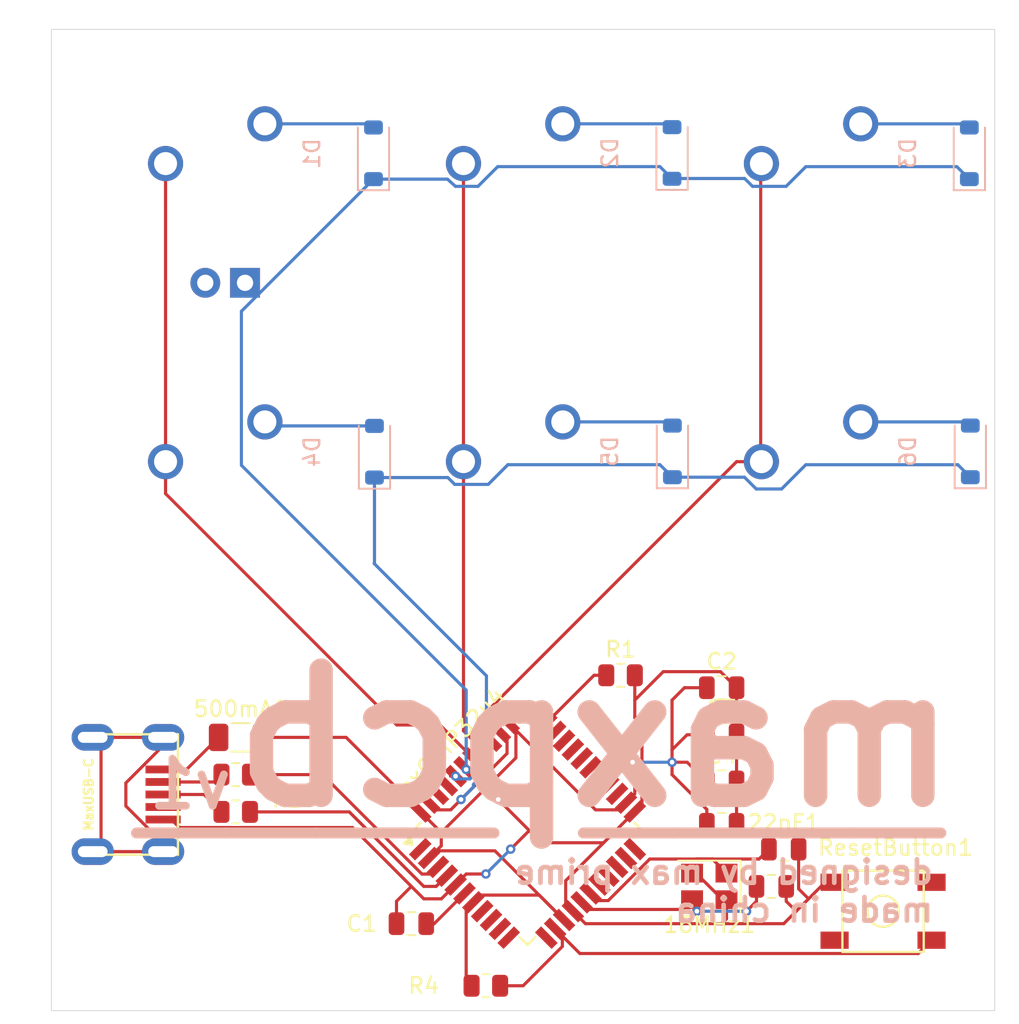
<source format=kicad_pcb>
(kicad_pcb (version 20240108) (generator "pcbnew") (generator_version "8.0")
  (layers (0 "F.Cu" signal) (31 "B.Cu" signal) (34 "B.Paste" user) (35 "F.Paste" user) (36 "B.SilkS" user "B.Silkscreen") (37 "F.SilkS" user "F.Silkscreen") (38 "B.Mask" user) (39 "F.Mask" user) (44 "Edge.Cuts" user))
  (net 0 "")
  (net 1 "GND")
  (net 2 "+5V")
  (net 3 "Row1")
  (net 4 "Net-(D1-A)")
  (net 5 "Net-(D2-A)")
  (net 6 "Net-(D3-A)")
  (net 7 "Net-(D4-A)")
  (net 8 "Row2")
  (net 9 "Net-(D5-A)")
  (net 10 "Net-(D6-A)")
  (net 11 "Col1")
  (net 12 "Col2")
  (net 13 "Col3")
  (net 14 "USD D-")
  (net 15 "USD D+")
  (net 16 "Net-(USB1-VBUS)")
  (net 17 "unconnected-(USB1-SHIELD-Pad6)")
  (net 19 "Net-(MaxCHIP32u4-XTAL2)")
  (net 20 "Net-(MaxCHIP32u4-XTAL1)")
  (net 21 "Net-(MaxCHIP32u4-UCAP)")
  (net 23 "Net-(MaxCHIP32u4-D-)")
  (net 24 "Net-(MaxCHIP32u4-D+)")
  (net 33 "Net-(MaxCHIP32u4-~{HWB}{slash}PE2)")
  (net 37 "Net-(MaxCHIP32u4-~{RESET})")
  (footprint "Package_QFP:TQFP-44_10x10mm_P0.8mm" (layer "F.Cu") (at 91.553664 75.781968 45)
    (property "Reference" "MaxCHIP32u4" (at 0 -7.450001 45) (layer "F.SilkS"))
    (property "Value" "ATmega32U4-A")
    (fp_line (start -5.175 -5.175) (end -5.175001 -4.56) (stroke (width 0.15)) (layer "F.SilkS"))
    (fp_line (start -5.175 -5.175) (end -4.5 -5.175) (stroke (width 0.15)) (layer "F.SilkS"))
    (fp_line (start 5.175 -5.175) (end 4.5 -5.175) (stroke (width 0.15)) (layer "F.SilkS"))
    (fp_line (start 5.175 -5.175) (end 5.175 -4.5) (stroke (width 0.15)) (layer "F.SilkS"))
    (fp_line (start -5.175 5.175) (end -5.175 4.5) (stroke (width 0.15)) (layer "F.SilkS"))
    (fp_line (start -5.175 5.175) (end -4.5 5.175) (stroke (width 0.15)) (layer "F.SilkS"))
    (fp_line (start 5.175 5.175) (end 5.175 4.5) (stroke (width 0.15)) (layer "F.SilkS"))
    (fp_line (start 5.175 5.175) (end 4.5 5.175) (stroke (width 0.15)) (layer "F.SilkS"))
    (fp_poly (pts (xy -5.86 -4.54) (xy -6.2 -5.01) (xy -5.519999 -5.01) (xy -5.86 -4.54)) (stroke (width 0.12)) (fill solid) (layer "F.SilkS"))
    (pad "1" smd rect (at -5.7 -4 45) (size 1.5 0.55) (layers "F.Cu" "F.Paste" "F.Mask"))
    (pad "2" smd rect (at -5.7 -3.2 45) (size 1.5 0.55) (layers "F.Cu" "F.Paste" "F.Mask") (net 2 "+5V"))
    (pad "3" smd rect (at -5.7 -2.4 45) (size 1.5 0.55) (layers "F.Cu" "F.Paste" "F.Mask") (net 23 "Net-(MaxCHIP32u4-D-)"))
    (pad "4" smd rect (at -5.7 -1.6 45) (size 1.5 0.55) (layers "F.Cu" "F.Paste" "F.Mask") (net 24 "Net-(MaxCHIP32u4-D+)"))
    (pad "5" smd rect (at -5.7 -0.8 45) (size 1.5 0.55) (layers "F.Cu" "F.Paste" "F.Mask") (net 1 "GND"))
    (pad "6" smd rect (at -5.7 0 45) (size 1.5 0.55) (layers "F.Cu" "F.Paste" "F.Mask") (net 21 "Net-(MaxCHIP32u4-UCAP)"))
    (pad "7" smd rect (at -5.7 0.8 45) (size 1.5 0.55) (layers "F.Cu" "F.Paste" "F.Mask") (net 2 "+5V"))
    (pad "8" smd rect (at -5.7 1.6 45) (size 1.5 0.55) (layers "F.Cu" "F.Paste" "F.Mask"))
    (pad "9" smd rect (at -5.7 2.4 45) (size 1.5 0.55) (layers "F.Cu" "F.Paste" "F.Mask"))
    (pad "10" smd rect (at -5.7 3.2 45) (size 1.5 0.55) (layers "F.Cu" "F.Paste" "F.Mask"))
    (pad "11" smd rect (at -5.7 4 45) (size 1.5 0.55) (layers "F.Cu" "F.Paste" "F.Mask"))
    (pad "12" smd rect (at -4 5.7 135) (size 1.5 0.55) (layers "F.Cu" "F.Paste" "F.Mask"))
    (pad "13" smd rect (at -3.2 5.7 135) (size 1.5 0.55) (layers "F.Cu" "F.Paste" "F.Mask") (net 37 "Net-(MaxCHIP32u4-~{RESET})"))
    (pad "14" smd rect (at -2.4 5.7 135) (size 1.5 0.55) (layers "F.Cu" "F.Paste" "F.Mask") (net 2 "+5V"))
    (pad "15" smd rect (at -1.6 5.7 135) (size 1.5 0.55) (layers "F.Cu" "F.Paste" "F.Mask") (net 1 "GND"))
    (pad "16" smd rect (at -0.8 5.7 135) (size 1.5 0.55) (layers "F.Cu" "F.Paste" "F.Mask") (net 19 "Net-(MaxCHIP32u4-XTAL2)"))
    (pad "17" smd rect (at 0 5.7 135) (size 1.5 0.55) (layers "F.Cu" "F.Paste" "F.Mask") (net 20 "Net-(MaxCHIP32u4-XTAL1)"))
    (pad "18" smd rect (at 0.8 5.7 135) (size 1.5 0.55) (layers "F.Cu" "F.Paste" "F.Mask"))
    (pad "19" smd rect (at 1.6 5.7 135) (size 1.5 0.55) (layers "F.Cu" "F.Paste" "F.Mask"))
    (pad "20" smd rect (at 2.4 5.7 135) (size 1.5 0.55) (layers "F.Cu" "F.Paste" "F.Mask"))
    (pad "21" smd rect (at 3.2 5.7 135) (size 1.5 0.55) (layers "F.Cu" "F.Paste" "F.Mask"))
    (pad "22" smd rect (at 4 5.7 135) (size 1.5 0.55) (layers "F.Cu" "F.Paste" "F.Mask"))
    (pad "23" smd rect (at 5.7 4 45) (size 1.5 0.55) (layers "F.Cu" "F.Paste" "F.Mask") (net 1 "GND"))
    (pad "24" smd rect (at 5.7 3.2 45) (size 1.5 0.55) (layers "F.Cu" "F.Paste" "F.Mask") (net 2 "+5V"))
    (pad "25" smd rect (at 5.7 2.4 45) (size 1.5 0.55) (layers "F.Cu" "F.Paste" "F.Mask"))
    (pad "26" smd rect (at 5.7 1.6 45) (size 1.5 0.55) (layers "F.Cu" "F.Paste" "F.Mask"))
    (pad "27" smd rect (at 5.7 0.8 45) (size 1.5 0.55) (layers "F.Cu" "F.Paste" "F.Mask"))
    (pad "28" smd rect (at 5.7 0 45) (size 1.5 0.55) (layers "F.Cu" "F.Paste" "F.Mask"))
    (pad "29" smd rect (at 5.7 -0.8 45) (size 1.5 0.55) (layers "F.Cu" "F.Paste" "F.Mask"))
    (pad "30" smd rect (at 5.7 -1.6 45) (size 1.5 0.55) (layers "F.Cu" "F.Paste" "F.Mask"))
    (pad "31" smd rect (at 5.7 -2.4 45) (size 1.5 0.55) (layers "F.Cu" "F.Paste" "F.Mask"))
    (pad "32" smd rect (at 5.7 -3.2 45) (size 1.5 0.55) (layers "F.Cu" "F.Paste" "F.Mask"))
    (pad "33" smd rect (at 5.7 -4 45) (size 1.5 0.55) (layers "F.Cu" "F.Paste" "F.Mask") (net 33 "Net-(MaxCHIP32u4-~{HWB}{slash}PE2)"))
    (pad "34" smd rect (at 4 -5.7 135) (size 1.5 0.55) (layers "F.Cu" "F.Paste" "F.Mask") (net 2 "+5V"))
    (pad "35" smd rect (at 3.2 -5.7 135) (size 1.5 0.55) (layers "F.Cu" "F.Paste" "F.Mask") (net 1 "GND"))
    (pad "36" smd rect (at 2.4 -5.7 135) (size 1.5 0.55) (layers "F.Cu" "F.Paste" "F.Mask") (net 13 "Col3"))
    (pad "37" smd rect (at 1.6 -5.7 135) (size 1.5 0.55) (layers "F.Cu" "F.Paste" "F.Mask") (net 12 "Col2"))
    (pad "38" smd rect (at 0.8 -5.7 135) (size 1.5 0.55) (layers "F.Cu" "F.Paste" "F.Mask") (net 11 "Col1"))
    (pad "39" smd rect (at 0 -5.7 135) (size 1.5 0.55) (layers "F.Cu" "F.Paste" "F.Mask") (net 3 "Row1"))
    (pad "40" smd rect (at -0.8 -5.7 135) (size 1.5 0.55) (layers "F.Cu" "F.Paste" "F.Mask") (net 8 "Row2"))
    (pad "41" smd rect (at -1.6 -5.7 135) (size 1.5 0.55) (layers "F.Cu" "F.Paste" "F.Mask"))
    (pad "42" smd rect (at -2.4 -5.7 135) (size 1.5 0.55) (layers "F.Cu" "F.Paste" "F.Mask"))
    (pad "43" smd rect (at -3.2 -5.7 135) (size 1.5 0.55) (layers "F.Cu" "F.Paste" "F.Mask") (net 1 "GND"))
    (pad "44" smd rect (at -4 -5.7 135) (size 1.5 0.55) (layers "F.Cu" "F.Paste" "F.Mask") (net 2 "+5V"))
  )
  (footprint "Capacitor_SMD:C_0805_2012Metric" (layer "F.Cu") (at 103.96815 69.6766)
    (property "Reference" "C3" (at 0 -1.68 0) (layer "F.SilkS"))
    (property "Value" "0.1µF")
    (fp_line (start -0.261252 -0.735) (end 0.261252 -0.735) (stroke (width 0.12)) (layer "F.SilkS"))
    (fp_line (start -0.261252 0.735) (end 0.261252 0.735) (stroke (width 0.12)) (layer "F.SilkS"))
    (pad "1" smd roundrect (at -0.95 0) (size 1 1.45) (layers "F.Cu" "F.Paste" "F.Mask") (net 2 "+5V"))
    (pad "2" smd roundrect (at 0.95 0) (size 1 1.45) (layers "F.Cu" "F.Paste" "F.Mask") (net 1 "GND"))
  )
  (footprint "Fuse:Fuse_1206_3216Metric" (layer "F.Cu") (at 73.2031 69.8412)
    (property "Reference" "500mA1" (at 0 -1.82 0) (layer "F.SilkS"))
    (property "Value" "500mA")
    (fp_line (start -0.602064 -0.91) (end 0.602064 -0.91) (stroke (width 0.12)) (layer "F.SilkS"))
    (fp_line (start -0.602064 0.91) (end 0.602064 0.91) (stroke (width 0.12)) (layer "F.SilkS"))
    (pad "1" smd roundrect (at -1.4 0) (size 1.25 1.75) (layers "F.Cu" "F.Paste" "F.Mask") (roundrect_rratio 0.2) (net 16 "Net-(USB1-VBUS)"))
    (pad "2" smd roundrect (at 1.4 0) (size 1.25 1.75) (layers "F.Cu" "F.Paste" "F.Mask") (roundrect_rratio 0.2) (net 2 "+5V"))
  )
  (footprint "Resistor_SMD:R_0805_2012Metric" (layer "F.Cu") (at 72.89695 72.22215)
    (property "Reference" "R3" (hide yes))
    (property "Value" "22Ω")
    (fp_line (start -0.227064 -0.735) (end 0.227064 -0.735) (stroke (width 0.12)) (layer "F.SilkS"))
    (fp_line (start -0.227064 0.735) (end 0.227064 0.735) (stroke (width 0.12)) (layer "F.SilkS"))
    (pad "1" smd roundrect (at -0.9125 0) (size 1.025 1.4) (layers "F.Cu" "F.Paste" "F.Mask") (roundrect_rratio 0.243902) (net 14 "USD D-"))
    (pad "2" smd roundrect (at 0.9125 0) (size 1.025 1.4) (layers "F.Cu" "F.Paste" "F.Mask") (roundrect_rratio 0.243902) (net 23 "Net-(MaxCHIP32u4-D-)"))
  )
  (footprint "Capacitor_SMD:C_0805_2012Metric" (layer "F.Cu") (at 103.96815 72.6866)
    (property "Reference" "C4" (at 0 -1.68 0) (layer "F.SilkS"))
    (property "Value" "0.1µF")
    (fp_line (start -0.261252 -0.735) (end 0.261252 -0.735) (stroke (width 0.12)) (layer "F.SilkS"))
    (fp_line (start -0.261252 0.735) (end 0.261252 0.735) (stroke (width 0.12)) (layer "F.SilkS"))
    (pad "1" smd roundrect (at -0.95 0) (size 1 1.45) (layers "F.Cu" "F.Paste" "F.Mask") (net 2 "+5V"))
    (pad "2" smd roundrect (at 0.95 0) (size 1 1.45) (layers "F.Cu" "F.Paste" "F.Mask") (net 1 "GND"))
  )
  (footprint "MX_Only:MXOnly-1U-NoLED" (layer "F.Cu") (at 72.22095 54.76065)
    (property "Reference" "K4")
    (property "Value" "P")
    (pad "" np_thru_hole circle (at -5.08 0 48.0996) (size 1.75 1.75) (drill 1.75) (layers "*.Cu" "*.Mask"))
    (pad "" np_thru_hole circle (at 0 0) (size 3.9878 3.9878) (drill 3.9878) (layers "*.Cu" "*.Mask"))
    (pad "" np_thru_hole circle (at 5.08 0 48.0996) (size 1.75 1.75) (drill 1.75) (layers "*.Cu" "*.Mask"))
    (pad "1" thru_hole circle (at -3.81 -2.54) (size 2.25 2.25) (drill 1.47) (layers "*.Cu" "B.Mask") (net 11 "Col1"))
    (pad "2" thru_hole circle (at 2.54 -5.08) (size 2.25 2.25) (drill 1.47) (layers "*.Cu" "B.Mask") (net 7 "Net-(D4-A)"))
  )
  (footprint "Resistor_SMD:R_0805_2012Metric" (layer "F.Cu") (at 97.5001 65.87295)
    (property "Reference" "R1" (at 0 -1.65 0) (layer "F.SilkS"))
    (property "Value" "10kΩ")
    (fp_line (start -0.227064 -0.735) (end 0.227064 -0.735) (stroke (width 0.12)) (layer "F.SilkS"))
    (fp_line (start -0.227064 0.735) (end 0.227064 0.735) (stroke (width 0.12)) (layer "F.SilkS"))
    (pad "1" smd roundrect (at -0.9125 0) (size 1.025 1.4) (layers "F.Cu" "F.Paste" "F.Mask") (roundrect_rratio 0.243902) (net 33 "Net-(MaxCHIP32u4-~{HWB}{slash}PE2)"))
    (pad "2" smd roundrect (at 0.9125 0) (size 1.025 1.4) (layers "F.Cu" "F.Paste" "F.Mask") (roundrect_rratio 0.243902) (net 1 "GND"))
  )
  (footprint "MX_Only:MXOnly-1U-NoLED" (layer "F.Cu") (at 110.31735 35.71425)
    (property "Reference" "K3")
    (property "Value" "X")
    (pad "" np_thru_hole circle (at -5.08 0 48.0996) (size 1.75 1.75) (drill 1.75) (layers "*.Cu" "*.Mask"))
    (pad "" np_thru_hole circle (at 0 0) (size 3.9878 3.9878) (drill 3.9878) (layers "*.Cu" "*.Mask"))
    (pad "" np_thru_hole circle (at 5.08 0 48.0996) (size 1.75 1.75) (drill 1.75) (layers "*.Cu" "*.Mask"))
    (pad "1" thru_hole circle (at -3.81 -2.54) (size 2.25 2.25) (drill 1.47) (layers "*.Cu" "B.Mask") (net 13 "Col3"))
    (pad "2" thru_hole circle (at 2.54 -5.08) (size 2.25 2.25) (drill 1.47) (layers "*.Cu" "B.Mask") (net 6 "Net-(D3-A)"))
  )
  (footprint "Crystal:Crystal_SMD_3225-4Pin_3.2x2.5mm" (layer "F.Cu") (at 103.1745 79.365 180)
    (property "Reference" "16MHz1" (at 0 -2.45 180) (layer "F.SilkS"))
    (property "Value" "16mHz")
    (fp_line (start -2 1.65) (end 2 1.65) (stroke (width 0.12)) (layer "F.SilkS"))
    (fp_line (start -2 -1.65) (end -2 1.65) (stroke (width 0.12)) (layer "F.SilkS"))
    (pad "1" smd rect (at -1.1 0.85 180) (size 1.4 1.2) (layers "F.Cu" "F.Paste" "F.Mask") (net 20 "Net-(MaxCHIP32u4-XTAL1)"))
    (pad "2" smd rect (at 1.1 0.85 180) (size 1.4 1.2) (layers "F.Cu" "F.Paste" "F.Mask") (net 1 "GND"))
    (pad "3" smd rect (at 1.1 -0.85 180) (size 1.4 1.2) (layers "F.Cu" "F.Paste" "F.Mask") (net 19 "Net-(MaxCHIP32u4-XTAL2)"))
    (pad "4" smd rect (at -1.1 -0.85 180) (size 1.4 1.2) (layers "F.Cu" "F.Paste" "F.Mask") (net 1 "GND"))
  )
  (footprint "MX_Only:MXOnly-1U-NoLED" (layer "F.Cu") (at 91.26855 35.71305)
    (property "Reference" "K2")
    (property "Value" "A")
    (pad "" np_thru_hole circle (at -5.08 0 48.0996) (size 1.75 1.75) (drill 1.75) (layers "*.Cu" "*.Mask"))
    (pad "" np_thru_hole circle (at 0 0) (size 3.9878 3.9878) (drill 3.9878) (layers "*.Cu" "*.Mask"))
    (pad "" np_thru_hole circle (at 5.08 0 48.0996) (size 1.75 1.75) (drill 1.75) (layers "*.Cu" "*.Mask"))
    (pad "1" thru_hole circle (at -3.81 -2.54) (size 2.25 2.25) (drill 1.47) (layers "*.Cu" "B.Mask") (net 12 "Col2"))
    (pad "2" thru_hole circle (at 2.54 -5.08) (size 2.25 2.25) (drill 1.47) (layers "*.Cu" "B.Mask") (net 5 "Net-(D2-A)"))
  )
  (footprint "Capacitor_SMD:C_0805_2012Metric" (layer "F.Cu") (at 107.9364 76.98405)
    (property "Reference" "22pF1" (at 0 -1.68 0) (layer "F.SilkS"))
    (property "Value" "22pF")
    (fp_line (start -0.261252 -0.735) (end 0.261252 -0.735) (stroke (width 0.12)) (layer "F.SilkS"))
    (fp_line (start -0.261252 0.735) (end 0.261252 0.735) (stroke (width 0.12)) (layer "F.SilkS"))
    (pad "1" smd roundrect (at -0.95 0) (size 1 1.45) (layers "F.Cu" "F.Paste" "F.Mask") (net 20 "Net-(MaxCHIP32u4-XTAL1)"))
    (pad "2" smd roundrect (at 0.95 0) (size 1 1.45) (layers "F.Cu" "F.Paste" "F.Mask") (net 1 "GND"))
  )
  (footprint "MX_Only:MXOnly-1U-NoLED" (layer "F.Cu") (at 91.26975 54.75945)
    (property "Reference" "K5")
    (property "Value" "C")
    (pad "" np_thru_hole circle (at -5.08 0 48.0996) (size 1.75 1.75) (drill 1.75) (layers "*.Cu" "*.Mask"))
    (pad "" np_thru_hole circle (at 0 0) (size 3.9878 3.9878) (drill 3.9878) (layers "*.Cu" "*.Mask"))
    (pad "" np_thru_hole circle (at 5.08 0 48.0996) (size 1.75 1.75) (drill 1.75) (layers "*.Cu" "*.Mask"))
    (pad "1" thru_hole circle (at -3.81 -2.54) (size 2.25 2.25) (drill 1.47) (layers "*.Cu" "B.Mask") (net 12 "Col2"))
    (pad "2" thru_hole circle (at 2.54 -5.08) (size 2.25 2.25) (drill 1.47) (layers "*.Cu" "B.Mask") (net 9 "Net-(D5-A)"))
  )
  (footprint "random-keyboard-parts:Molex-0548190589" (layer "F.Cu") (at 63.7539 73.4912)
    (property "Reference" "MaxUSB-C" (at -0.2619 0 90) (layer "F.SilkS") (effects (font (size 0.575 0.57) (thickness 0.1425))))
    (property "Value" "Molex-0548190589")
    (fp_line (start 0 -3.85) (end 5.45 -3.85) (stroke (width 0.15)) (layer "F.SilkS"))
    (fp_line (start 0 3.85) (end 5.45 3.85) (stroke (width 0.15)) (layer "F.SilkS"))
    (fp_line (start 5.45 -3.85) (end 5.45 3.85) (stroke (width 0.15)) (layer "F.SilkS"))
    (pad "1" smd rect (at 4.5 1.6) (size 2.25 0.5) (layers "F.Cu" "F.Paste" "F.Mask") (net 1 "GND"))
    (pad "2" smd rect (at 4.5 0.8) (size 2.25 0.5) (layers "F.Cu" "F.Paste" "F.Mask"))
    (pad "3" smd rect (at 4.5 0) (size 2.25 0.5) (layers "F.Cu" "F.Paste" "F.Mask") (net 15 "USD D+"))
    (pad "4" smd rect (at 4.5 -0.8) (size 2.25 0.5) (layers "F.Cu" "F.Paste" "F.Mask") (net 14 "USD D-"))
    (pad "5" smd rect (at 4.5 -1.6) (size 2.25 0.5) (layers "F.Cu" "F.Paste" "F.Mask") (net 16 "Net-(USB1-VBUS)"))
    (pad "6" thru_hole oval (at 0 -3.65) (size 2.7 1.7) (drill oval 1.9 0.7) (layers "*.Cu" "*.Mask") (net 17 "unconnected-(USB1-SHIELD-Pad6)"))
    (pad "6" thru_hole oval (at 0 3.65) (size 2.7 1.7) (drill oval 1.9 0.7) (layers "*.Cu" "*.Mask") (net 17 "unconnected-(USB1-SHIELD-Pad6)"))
    (pad "6" thru_hole oval (at 4.5 -3.65) (size 2.7 1.7) (drill oval 1.9 0.7) (layers "*.Cu" "*.Mask") (net 17 "unconnected-(USB1-SHIELD-Pad6)"))
    (pad "6" thru_hole oval (at 4.5 3.65) (size 2.7 1.7) (drill oval 1.9 0.7) (layers "*.Cu" "*.Mask") (net 17 "unconnected-(USB1-SHIELD-Pad6)"))
  )
  (footprint "Capacitor_SMD:C_0805_2012Metric" (layer "F.Cu") (at 107.14275 79.365)
    (property "Reference" "22pF2" (hide yes))
    (property "Value" "22pF")
    (fp_line (start -0.261252 -0.735) (end 0.261252 -0.735) (stroke (width 0.12)) (layer "F.SilkS"))
    (fp_line (start -0.261252 0.735) (end 0.261252 0.735) (stroke (width 0.12)) (layer "F.SilkS"))
    (pad "1" smd roundrect (at -0.95 0) (size 1 1.45) (layers "F.Cu" "F.Paste" "F.Mask") (net 19 "Net-(MaxCHIP32u4-XTAL2)"))
    (pad "2" smd roundrect (at 0.95 0) (size 1 1.45) (layers "F.Cu" "F.Paste" "F.Mask") (net 1 "GND"))
  )
  (footprint "random-keyboard-parts:SKQG-1155865" (layer "F.Cu") (at 114.2856 80.9523 180)
    (property "Reference" "ResetButton1" (at -0.79365 4.064 180) (layer "F.SilkS"))
    (property "Value" "Reset Button")
    (fp_line (start 2.6 2.6) (end -2.6 2.6) (stroke (width 0.15)) (layer "F.SilkS"))
    (fp_line (start 2.6 -2.6) (end 2.6 2.6) (stroke (width 0.15)) (layer "F.SilkS"))
    (fp_line (start -2.6 2.6) (end -2.6 -2.6) (stroke (width 0.15)) (layer "F.SilkS"))
    (fp_line (start -2.6 -2.6) (end 2.6 -2.6) (stroke (width 0.15)) (layer "F.SilkS"))
    (fp_circle (center 0 0) (end 1 0) (stroke (width 0.15)) (fill none) (layer "F.SilkS"))
    (pad "1" smd rect (at 3.1 1.85 180) (size 1.8 1.1) (layers "F.Cu" "F.Paste" "F.Mask") (net 1 "GND"))
    (pad "2" smd rect (at -3.1 -1.85 180) (size 1.8 1.1) (layers "F.Cu" "F.Paste" "F.Mask") (net 37 "Net-(MaxCHIP32u4-~{RESET})"))
    (pad "3" smd rect (at 3.1 -1.85 180) (size 1.8 1.1) (layers "F.Cu" "F.Paste" "F.Mask"))
    (pad "4" smd rect (at -3.1 1.85 180) (size 1.8 1.1) (layers "F.Cu" "F.Paste" "F.Mask"))
  )
  (footprint "Capacitor_SMD:C_0805_2012Metric" (layer "F.Cu") (at 84.1269 81.74595 180)
    (property "Reference" "C1" (at 3.1746 0 180) (layer "F.SilkS"))
    (property "Value" "1µF")
    (fp_line (start -0.261252 0.735) (end 0.261252 0.735) (stroke (width 0.12)) (layer "F.SilkS"))
    (fp_line (start -0.261252 -0.735) (end 0.261252 -0.735) (stroke (width 0.12)) (layer "F.SilkS"))
    (pad "1" smd roundrect (at -0.95 0 180) (size 1 1.45) (layers "F.Cu" "F.Paste" "F.Mask") (net 21 "Net-(MaxCHIP32u4-UCAP)"))
    (pad "2" smd roundrect (at 0.95 0 180) (size 1 1.45) (layers "F.Cu" "F.Paste" "F.Mask") (net 1 "GND"))
  )
  (footprint "Resistor_SMD:R_0805_2012Metric" (layer "F.Cu") (at 72.89695 74.6031)
    (property "Reference" "R2" (at 3.29345 -0.79365 0) (layer "F.SilkS"))
    (property "Value" "22Ω")
    (fp_line (start -0.227064 -0.735) (end 0.227064 -0.735) (stroke (width 0.12)) (layer "F.SilkS"))
    (fp_line (start -0.227064 0.735) (end 0.227064 0.735) (stroke (width 0.12)) (layer "F.SilkS"))
    (pad "1" smd roundrect (at -0.9125 0) (size 1.025 1.4) (layers "F.Cu" "F.Paste" "F.Mask") (roundrect_rratio 0.243902) (net 15 "USD D+"))
    (pad "2" smd roundrect (at 0.9125 0) (size 1.025 1.4) (layers "F.Cu" "F.Paste" "F.Mask") (roundrect_rratio 0.243902) (net 24 "Net-(MaxCHIP32u4-D+)"))
  )
  (footprint "MX_Only:MXOnly-1U-NoLED" (layer "F.Cu") (at 110.31735 54.76185)
    (property "Reference" "K6")
    (property "Value" "B")
    (pad "" np_thru_hole circle (at -5.08 0 48.0996) (size 1.75 1.75) (drill 1.75) (layers "*.Cu" "*.Mask"))
    (pad "" np_thru_hole circle (at 0 0) (size 3.9878 3.9878) (drill 3.9878) (layers "*.Cu" "*.Mask"))
    (pad "" np_thru_hole circle (at 5.08 0 48.0996) (size 1.75 1.75) (drill 1.75) (layers "*.Cu" "*.Mask"))
    (pad "1" thru_hole circle (at -3.81 -2.54) (size 2.25 2.25) (drill 1.47) (layers "*.Cu" "B.Mask") (net 13 "Col3"))
    (pad "2" thru_hole circle (at 2.54 -5.08) (size 2.25 2.25) (drill 1.47) (layers "*.Cu" "B.Mask") (net 10 "Net-(D6-A)"))
  )
  (footprint "Capacitor_SMD:C_0805_2012Metric" (layer "F.Cu") (at 103.96815 75.39675)
    (property "Reference" "C5" (at 0 -1.68 0) (layer "F.SilkS"))
    (property "Value" "10µF")
    (fp_line (start -0.261252 -0.735) (end 0.261252 -0.735) (stroke (width 0.12)) (layer "F.SilkS"))
    (fp_line (start -0.261252 0.735) (end 0.261252 0.735) (stroke (width 0.12)) (layer "F.SilkS"))
    (pad "1" smd roundrect (at -0.95 0) (size 1 1.45) (layers "F.Cu" "F.Paste" "F.Mask") (net 2 "+5V"))
    (pad "2" smd roundrect (at 0.95 0) (size 1 1.45) (layers "F.Cu" "F.Paste" "F.Mask") (net 1 "GND"))
  )
  (footprint "Resistor_SMD:R_0805_2012Metric" (layer "F.Cu") (at 88.8888 85.7142 180)
    (property "Reference" "R4" (at 3.96825 0 180) (layer "F.SilkS"))
    (property "Value" "10kΩ")
    (fp_line (start -0.227064 0.735) (end 0.227064 0.735) (stroke (width 0.12)) (layer "F.SilkS"))
    (fp_line (start -0.227064 -0.735) (end 0.227064 -0.735) (stroke (width 0.12)) (layer "F.SilkS"))
    (pad "1" smd roundrect (at -0.9125 0 180) (size 1.025 1.4) (layers "F.Cu" "F.Paste" "F.Mask") (roundrect_rratio 0.243902) (net 37 "Net-(MaxCHIP32u4-~{RESET})"))
    (pad "2" smd roundrect (at 0.9125 0 180) (size 1.025 1.4) (layers "F.Cu" "F.Paste" "F.Mask") (roundrect_rratio 0.243902) (net 2 "+5V"))
  )
  (footprint "MX_Only:MXOnly-1U" (layer "F.Cu") (at 72.22095 35.71305)
    (property "Reference" "K1")
    (property "Value" "M")
    (pad "" np_thru_hole circle (at -5.08 0 48.0996) (size 1.75 1.75) (drill 1.75) (layers "*.Cu" "*.Mask"))
    (pad "" np_thru_hole circle (at 0 0) (size 3.9878 3.9878) (drill 3.9878) (layers "*.Cu" "*.Mask"))
    (pad "" np_thru_hole circle (at 5.08 0 48.0996) (size 1.75 1.75) (drill 1.75) (layers "*.Cu" "*.Mask"))
    (pad "1" thru_hole circle (at -3.81 -2.54) (size 2.25 2.25) (drill 1.47) (layers "*.Cu" "B.Mask") (net 11 "Col1"))
    (pad "2" thru_hole circle (at 2.54 -5.08) (size 2.25 2.25) (drill 1.47) (layers "*.Cu" "B.Mask") (net 4 "Net-(D1-A)"))
    (pad "3" thru_hole circle (at -1.27 5.08) (size 1.905 1.905) (drill 1.04) (layers "*.Cu" "B.Mask"))
    (pad "4" thru_hole rect (at 1.27 5.08) (size 1.905 1.905) (drill 1.04) (layers "*.Cu" "B.Mask"))
  )
  (footprint "Capacitor_SMD:C_0805_2012Metric" (layer "F.Cu") (at 103.96815 66.6666)
    (property "Reference" "C2" (at 0 -1.68 0) (layer "F.SilkS"))
    (property "Value" "0.1µF")
    (fp_line (start -0.261252 -0.735) (end 0.261252 -0.735) (stroke (width 0.12)) (layer "F.SilkS"))
    (fp_line (start -0.261252 0.735) (end 0.261252 0.735) (stroke (width 0.12)) (layer "F.SilkS"))
    (pad "1" smd roundrect (at -0.95 0) (size 1 1.45) (layers "F.Cu" "F.Paste" "F.Mask") (net 2 "+5V"))
    (pad "2" smd roundrect (at 0.95 0) (size 1 1.45) (layers "F.Cu" "F.Paste" "F.Mask") (net 1 "GND"))
  )
  (footprint "Diode_SMD:D_SOD-123" (layer "B.Cu") (at 100.79355 32.49465 90)
    (property "Reference" "D2" (at 0 -3.96825 -90) (layer "B.SilkS") (effects (justify mirror)))
    (property "Value" "D_Small")
    (fp_line (start 1.65 -1) (end -2.36 -1) (stroke (width 0.12)) (layer "B.SilkS"))
    (fp_line (start -2.36 -1) (end -2.36 1) (stroke (width 0.12)) (layer "B.SilkS"))
    (fp_line (start 1.65 1) (end -2.36 1) (stroke (width 0.12)) (layer "B.SilkS"))
    (pad "1" smd roundrect (at -1.65 0 90) (size 0.9 1.2) (layers "B.Cu" "B.Paste" "B.Mask") (net 3 "Row1"))
    (pad "2" smd roundrect (at 1.65 0 90) (size 0.9 1.2) (layers "B.Cu" "B.Paste" "B.Mask") (net 5 "Net-(D2-A)"))
  )
  (footprint "Diode_SMD:D_SOD-123" (layer "B.Cu") (at 81.76845 51.58725 90)
    (property "Reference" "D4" (at 0 -3.99075 -90) (layer "B.SilkS") (effects (justify mirror)))
    (property "Value" "D_Small")
    (fp_line (start 1.65 -1) (end -2.36 -1) (stroke (width 0.12)) (layer "B.SilkS"))
    (fp_line (start -2.36 -1) (end -2.36 1) (stroke (width 0.12)) (layer "B.SilkS"))
    (fp_line (start 1.65 1) (end -2.36 1) (stroke (width 0.12)) (layer "B.SilkS"))
    (pad "1" smd roundrect (at -1.65 0 90) (size 0.9 1.2) (layers "B.Cu" "B.Paste" "B.Mask") (net 8 "Row2"))
    (pad "2" smd roundrect (at 1.65 0 90) (size 0.9 1.2) (layers "B.Cu" "B.Paste" "B.Mask") (net 7 "Net-(D4-A)"))
  )
  (footprint "Diode_SMD:D_SOD-123" (layer "B.Cu") (at 119.86365 51.56475 90)
    (property "Reference" "D6" (at 0 -3.99075 -90) (layer "B.SilkS") (effects (justify mirror)))
    (property "Value" "D_Small")
    (fp_line (start 1.65 -1) (end -2.36 -1) (stroke (width 0.12)) (layer "B.SilkS"))
    (fp_line (start -2.36 -1) (end -2.36 1) (stroke (width 0.12)) (layer "B.SilkS"))
    (fp_line (start 1.65 1) (end -2.36 1) (stroke (width 0.12)) (layer "B.SilkS"))
    (pad "1" smd roundrect (at -1.65 0 90) (size 0.9 1.2) (layers "B.Cu" "B.Paste" "B.Mask") (net 8 "Row2"))
    (pad "2" smd roundrect (at 1.65 0 90) (size 0.9 1.2) (layers "B.Cu" "B.Paste" "B.Mask") (net 10 "Net-(D6-A)"))
  )
  (footprint "Diode_SMD:D_SOD-123" (layer "B.Cu") (at 119.80095 32.51715 90)
    (property "Reference" "D3" (at 0 -3.92805 -90) (layer "B.SilkS") (effects (justify mirror)))
    (property "Value" "D_Small")
    (fp_line (start 1.65 -1) (end -2.36 -1) (stroke (width 0.12)) (layer "B.SilkS"))
    (fp_line (start -2.36 -1) (end -2.36 1) (stroke (width 0.12)) (layer "B.SilkS"))
    (fp_line (start 1.65 1) (end -2.36 1) (stroke (width 0.12)) (layer "B.SilkS"))
    (pad "1" smd roundrect (at -1.65 0 90) (size 0.9 1.2) (layers "B.Cu" "B.Paste" "B.Mask") (net 3 "Row1"))
    (pad "2" smd roundrect (at 1.65 0 90) (size 0.9 1.2) (layers "B.Cu" "B.Paste" "B.Mask") (net 6 "Net-(D3-A)"))
  )
  (footprint "Diode_SMD:D_SOD-123" (layer "B.Cu") (at 100.81605 51.56475 90)
    (property "Reference" "D5" (at 0 -3.99075 -90) (layer "B.SilkS") (effects (justify mirror)))
    (property "Value" "D_Small")
    (fp_line (start 1.65 -1) (end -2.36 -1) (stroke (width 0.12)) (layer "B.SilkS"))
    (fp_line (start -2.36 -1) (end -2.36 1) (stroke (width 0.12)) (layer "B.SilkS"))
    (fp_line (start 1.65 1) (end -2.36 1) (stroke (width 0.12)) (layer "B.SilkS"))
    (pad "1" smd roundrect (at -1.65 0 90) (size 0.9 1.2) (layers "B.Cu" "B.Paste" "B.Mask") (net 8 "Row2"))
    (pad "2" smd roundrect (at 1.65 0 90) (size 0.9 1.2) (layers "B.Cu" "B.Paste" "B.Mask") (net 9 "Net-(D5-A)"))
  )
  (footprint "Diode_SMD:D_SOD-123" (layer "B.Cu") (at 81.70575 32.51715 90)
    (property "Reference" "D1" (at -0.0225 -3.92805 -90) (layer "B.SilkS") (effects (justify mirror)))
    (property "Value" "D_Small")
    (fp_line (start 1.65 -1) (end -2.36 -1) (stroke (width 0.12)) (layer "B.SilkS"))
    (fp_line (start -2.36 -1) (end -2.36 1) (stroke (width 0.12)) (layer "B.SilkS"))
    (fp_line (start 1.65 1) (end -2.36 1) (stroke (width 0.12)) (layer "B.SilkS"))
    (pad "1" smd roundrect (at -1.65 0 90) (size 0.9 1.2) (layers "B.Cu" "B.Paste" "B.Mask") (net 3 "Row1"))
    (pad "2" smd roundrect (at 1.65 0 90) (size 0.9 1.2) (layers "B.Cu" "B.Paste" "B.Mask") (net 4 "Net-(D1-A)"))
  )
  (gr_rect (start 61.11105 24.60315) (end 121.42845 87.3015) (stroke (width 0.05)) (fill none) (layer "Edge.Cuts"))
  (gr_text "designed by max prime\nmade in china" (at 117.647692 81.74595 -0) (layer "B.SilkS") (effects (font (size 1.5 1.5) (thickness 0.3) (bold yes)) (justify left bottom mirror)))
  (gr_text "____ ____" (at 118.441342 76.1904 -0) (layer "B.SilkS") (effects (font (size 7.5 7.5) (thickness 0.7)) (justify left bottom mirror)))
  (gr_text "maxpcb\n" (at 119.7223 74.6031 -0) (layer "B.SilkS") (effects (font (size 8 8) (thickness 1.5) (bold yes)) (justify left bottom mirror)))
  (gr_text "v1" (at 72.89695 74.6031 -0) (layer "B.SilkS") (effects (font (size 3 3) (thickness 0.5) (bold yes)) (justify left bottom mirror)))
  (segment (start 86.638748 74.4733) (end 85.719513 74.4733) (width 0.2) (layer "F.Cu") (net 1))
  (segment (start 87.302049 73.809999) (end 86.638748 74.4733) (width 0.2) (layer "F.Cu") (net 1))
  (segment (start 98.4126 74.579886) (end 98.871698 74.120788) (width 0.2) (layer "F.Cu") (net 1))
  (segment (start 98.4126 67.46025) (end 98.4126 65.87295) (width 0.2) (layer "F.Cu") (net 1))
  (segment (start 110.58005 79.1023) (end 109.5237 80.15865) (width 0.2) (layer "F.Cu") (net 1))
  (segment (start 90.244996 69.947817) (end 89.785897 69.488718) (width 0.2) (layer "F.Cu") (net 1))
  (segment (start 87.302049 73.809999) (end 90.244996 70.867051) (width 0.2) (layer "F.Cu") (net 1))
  (segment (start 100.23125 65.6416) (end 98.4126 67.46025) (width 0.2) (layer "F.Cu") (net 1))
  (segment (start 108.09275 79.365) (end 108.09275 80.315) (width 0.2) (layer "F.Cu") (net 1))
  (segment (start 104.91815 66.6666) (end 103.89315 65.6416) (width 0.2) (layer "F.Cu") (net 1))
  (segment (start 69.29755 75.6031) (end 80.365 75.6031) (width 0.2) (layer "F.Cu") (net 1))
  (segment (start 103.96815 81.74595) (end 95.254904 81.74595) (width 0.2) (layer "F.Cu") (net 1))
  (segment (start 102.0745 78.515) (end 102.3245 78.515) (width 0.2) (layer "F.Cu") (net 1))
  (segment (start 104.2745 81.4396) (end 103.96815 81.74595) (width 0.2) (layer "F.Cu") (net 1))
  (segment (start 104.91815 75.39675) (end 104.91815 66.6666) (width 0.2) (layer "F.Cu") (net 1))
  (segment (start 108.8864 76.98405) (end 108.8864 79.52135) (width 0.2) (layer "F.Cu") (net 1))
  (segment (start 98.4126 68.588452) (end 98.4126 67.46025) (width 0.2) (layer "F.Cu") (net 1))
  (segment (start 111.1856 79.1023) (end 110.58005 79.1023) (width 0.2) (layer "F.Cu") (net 1))
  (segment (start 84.1269 79.365) (end 84.92055 80.15865) (width 0.2) (layer "F.Cu") (net 1))
  (segment (start 83.1769 81.74595) (end 83.1769 80.315) (width 0.2) (layer "F.Cu") (net 1))
  (segment (start 93.993703 80.484749) (end 93.993703 78.998783) (width 0.2) (layer "F.Cu") (net 1))
  (segment (start 98.871698 69.04755) (end 98.4126 68.588452) (width 0.2) (layer "F.Cu") (net 1))
  (segment (start 104.2745 80.215) (end 104.2745 81.4396) (width 0.2) (layer "F.Cu") (net 1))
  (segment (start 88.8888 78.57135) (end 87.632911 78.57135) (width 0.2) (layer "F.Cu") (net 1))
  (segment (start 91.666575 75.793575) (end 90.4761 76.98405) (width 0.2) (layer "F.Cu") (net 1))
  (segment (start 68.78565 75.0912) (end 69.29755 75.6031) (width 0.2) (layer "F.Cu") (net 1))
  (segment (start 92.448618 76.575618) (end 91.666575 75.793575) (width 0.2) (layer "F.Cu") (net 1))
  (segment (start 103.89315 65.6416) (end 100.23125 65.6416) (width 0.2) (layer "F.Cu") (net 1))
  (segment (start 83.1769 80.315) (end 84.1269 79.365) (width 0.2) (layer "F.Cu") (net 1))
  (segment (start 104.0245 80.215) (end 104.2745 80.215) (width 0.2) (layer "F.Cu") (net 1))
  (segment (start 87.632911 78.57135) (end 86.95747 79.246791) (width 0.2) (layer "F.Cu") (net 1))
  (segment (start 96.416868 76.575618) (end 92.448618 76.575618) (width 0.2) (layer "F.Cu") (net 1))
  (segment (start 84.92055 80.15865) (end 86.045611 80.15865) (width 0.2) (layer "F.Cu") (net 1))
  (segment (start 85.719513 74.4733) (end 85.260414 74.014201) (width 0.2) (layer "F.Cu") (net 1))
  (segment (start 109.5237 80.15865) (end 108.73005 80.9523) (width 0.2) (layer "F.Cu") (net 1))
  (segment (start 108.8864 79.52135) (end 109.5237 80.15865) (width 0.2) (layer "F.Cu") (net 1))
  (segment (start 108.73005 80.9523) (end 107.9364 81.74595) (width 0.2) (layer "F.Cu") (net 1))
  (segment (start 107.9364 81.74595) (end 103.96815 81.74595) (width 0.2) (layer "F.Cu") (net 1))
  (segment (start 90.244996 70.867051) (end 90.244996 69.947817) (width 0.2) (layer "F.Cu") (net 1))
  (segment (start 80.365 75.6031) (end 84.1269 79.365) (width 0.2) (layer "F.Cu") (net 1))
  (segment (start 93.993703 78.998783) (end 96.416868 76.575618) (width 0.2) (layer "F.Cu") (net 1))
  (segment (start 94.452802 80.943848) (end 93.993703 80.484749) (width 0.2) (layer "F.Cu") (net 1))
  (segment (start 102.3245 78.515) (end 104.0245 80.215) (width 0.2) (layer "F.Cu") (net 1))
  (segment (start 95.254904 81.74595) (end 94.452802 80.943848) (width 0.2) (layer "F.Cu") (net 1))
  (segment (start 91.666575 75.793575) (end 89.68245 73.80945) (width 0.2) (layer "F.Cu") (net 1))
  (segment (start 86.045611 80.15865) (end 86.95747 79.246791) (width 0.2) (layer "F.Cu") (net 1))
  (segment (start 108.09275 80.315) (end 108.73005 80.9523) (width 0.2) (layer "F.Cu") (net 1))
  (segment (start 98.871698 74.120788) (end 98.871698 69.04755) (width 0.2) (layer "F.Cu") (net 1))
  (segment (start 96.416868 76.575618) (end 98.4126 74.579886) (width 0.2) (layer "F.Cu") (net 1))
  (via (at 87.302049 73.809999) (size 0.6) (drill 0.3) (layers "F.Cu" "B.Cu") (net 1))
  (via (at 88.8888 78.57135) (size 0.6) (drill 0.3) (layers "F.Cu" "B.Cu") (net 1))
  (via (at 89.68245 73.80945) (size 0.6) (drill 0.3) (layers "F.Cu" "B.Cu") (net 1))
  (via (at 90.4761 76.98405) (size 0.6) (drill 0.3) (layers "F.Cu" "B.Cu") (net 1))
  (segment (start 90.4761 76.98405) (end 88.8888 78.57135) (width 0.2) (layer "B.Cu") (net 1))
  (segment (start 88.09515 73.016898) (end 88.09515 72.842728) (width 0.2) (layer "B.Cu") (net 1))
  (segment (start 88.09515 72.842728) (end 88.405439 72.532439) (width 0.2) (layer "B.Cu") (net 1))
  (segment (start 88.405439 72.532439) (end 89.68245 73.80945) (width 0.2) (layer "B.Cu") (net 1))
  (segment (start 87.302049 73.809999) (end 88.09515 73.016898) (width 0.2) (layer "B.Cu") (net 1))
  (segment (start 100.79355 67.46025) (end 101.5872 66.6666) (width 0.2) (layer "F.Cu") (net 2))
  (segment (start 90.351582 68.923032) (end 90.810681 69.382131) (width 0.2) (layer "F.Cu") (net 2))
  (segment (start 90.810681 71.149895) (end 86.037709 75.922867) (width 0.2) (layer "F.Cu") (net 2))
  (segment (start 87.629742 80.837261) (end 88.088841 80.378162) (width 0.2) (layer "F.Cu") (net 2))
  (segment (start 88.547939 79.919064) (end 88.088841 80.378162) (width 0.2) (layer "F.Cu") (net 2))
  (segment (start 100.79355 71.4285) (end 101.76005 71.4285) (width 0.2) (layer "F.Cu") (net 2))
  (segment (start 86.037709 75.922867) (end 84.694728 74.579886) (width 0.2) (layer "F.Cu") (net 2))
  (segment (start 103.01815 75.39675) (end 103.01815 74.44675) (width 0.2) (layer "F.Cu") (net 2))
  (segment (start 74.6031 69.8412) (end 79.956042 69.8412) (width 0.2) (layer "F.Cu") (net 2))
  (segment (start 98.4126 73.448515) (end 98.4126 71.4285) (width 0.2) (layer "F.Cu") (net 2))
  (segment (start 85.260414 77.549735) (end 86.037709 76.77244) (width 0.2) (layer "F.Cu") (net 2))
  (segment (start 92.296647 79.919064) (end 88.547939 79.919064) (width 0.2) (layer "F.Cu") (net 2))
  (segment (start 93.887116 81.509533) (end 89.468219 77.090636) (width 0.2) (layer "F.Cu") (net 2))
  (segment (start 90.810681 69.382131) (end 90.810681 71.149895) (width 0.2) (layer "F.Cu") (net 2))
  (segment (start 101.76005 71.4285) (end 103.01815 72.6866) (width 0.2) (layer "F.Cu") (net 2))
  (segment (start 103.01815 74.44675) (end 100.79355 72.22215) (width 0.2) (layer "F.Cu") (net 2))
  (segment (start 101.5872 66.6666) (end 103.01815 66.6666) (width 0.2) (layer "F.Cu") (net 2))
  (segment (start 100.79355 72.22215) (end 100.79355 71.4285) (width 0.2) (layer "F.Cu") (net 2))
  (segment (start 86.037709 76.77244) (end 86.037709 75.922867) (width 0.2) (layer "F.Cu") (net 2))
  (segment (start 87.629742 85.367642) (end 87.629742 80.837261) (width 0.2) (layer "F.Cu") (net 2))
  (segment (start 97.387815 74.4733) (end 97.846914 74.014201) (width 0.2) (layer "F.Cu") (net 2))
  (segment (start 100.79355 71.4285) (end 100.79355 70.63485) (width 0.2) (layer "F.Cu") (net 2))
  (segment (start 95.90185 74.4733) (end 97.387815 74.4733) (width 0.2) (layer "F.Cu") (net 2))
  (segment (start 89.468219 77.090636) (end 85.719513 77.090636) (width 0.2) (layer "F.Cu") (net 2))
  (segment (start 90.351582 68.923032) (end 95.90185 74.4733) (width 0.2) (layer "F.Cu") (net 2))
  (segment (start 98.4126 71.4285) (end 98.271698 71.4285) (width 0.2) (layer "F.Cu") (net 2))
  (segment (start 100.79355 70.63485) (end 100.79355 67.46025) (width 0.2) (layer "F.Cu") (net 2))
  (segment (start 79.956042 69.8412) (end 84.694728 74.579886) (width 0.2) (layer "F.Cu") (net 2))
  (segment (start 87.9763 85.7142) (end 87.629742 85.367642) (width 0.2) (layer "F.Cu") (net 2))
  (segment (start 101.7518 69.6766) (end 103.01815 69.6766) (width 0.2) (layer "F.Cu") (net 2))
  (segment (start 100.79355 70.63485) (end 101.7518 69.6766) (width 0.2) (layer "F.Cu") (net 2))
  (segment (start 97.846914 74.014201) (end 98.4126 73.448515) (width 0.2) (layer "F.Cu") (net 2))
  (segment (start 84.694728 74.579886) (end 85.153827 75.038985) (width 0.2) (layer "F.Cu") (net 2))
  (segment (start 85.719513 77.090636) (end 85.260414 77.549735) (width 0.2) (layer "F.Cu") (net 2))
  (segment (start 93.887116 81.509533) (end 92.296647 79.919064) (width 0.2) (layer "F.Cu") (net 2))
  (via (at 100.79355 71.4285) (size 0.6) (drill 0.3) (layers "F.Cu" "B.Cu") (net 2))
  (via (at 98.271698 71.4285) (size 0.6) (drill 0.3) (layers "F.Cu" "B.Cu") (net 2))
  (segment (start 98.271698 71.4285) (end 100.79355 71.4285) (width 0.2) (layer "B.Cu") (net 2))
  (segment (start 87.523155 71.751459) (end 87.523155 71.786814) (width 0.2) (layer "F.Cu") (net 3))
  (segment (start 87.523155 71.786814) (end 87.630002 71.893661) (width 0.2) (layer "F.Cu") (net 3))
  (via (at 87.630002 71.893661) (size 0.6) (drill 0.3) (layers "F.Cu" "B.Cu") (net 3))
  (segment (start 88.387869 34.627881) (end 89.6466 33.36915) (width 0.2) (layer "B.Cu") (net 3))
  (segment (start 105.435385 34.12695) (end 105.937516 34.629081) (width 0.2) (layer "B.Cu") (net 3))
  (segment (start 89.6466 33.36915) (end 100.01805 33.36915) (width 0.2) (layer "B.Cu") (net 3))
  (segment (start 73.258716 52.450828) (end 73.258716 42.614184) (width 0.2) (layer "B.Cu") (net 3))
  (segment (start 108.087744 34.629081) (end 109.346475 33.37035) (width 0.2) (layer "B.Cu") (net 3))
  (segment (start 105.937516 34.629081) (end 108.087744 34.629081) (width 0.2) (layer "B.Cu") (net 3))
  (segment (start 86.432725 34.16715) (end 86.946211 34.627881) (width 0.2) (layer "B.Cu") (net 3))
  (segment (start 100.81125 34.12695) (end 105.435385 34.12695) (width 0.2) (layer "B.Cu") (net 3))
  (segment (start 87.630002 66.822114) (end 73.258716 52.450828) (width 0.2) (layer "B.Cu") (net 3))
  (segment (start 81.70575 34.16715) (end 86.432725 34.16715) (width 0.2) (layer "B.Cu") (net 3))
  (segment (start 109.346475 33.37035) (end 119.00415 33.37035) (width 0.2) (layer "B.Cu") (net 3))
  (segment (start 73.258716 42.614184) (end 81.70575 34.16715) (width 0.2) (layer "B.Cu") (net 3))
  (segment (start 100.01805 33.36915) (end 100.79355 34.14465) (width 0.2) (layer "B.Cu") (net 3))
  (segment (start 87.630002 71.893661) (end 87.630002 66.822114) (width 0.2) (layer "B.Cu") (net 3))
  (segment (start 119.00415 33.37035) (end 119.80095 34.16715) (width 0.2) (layer "B.Cu") (net 3))
  (segment (start 100.79355 34.14465) (end 100.81125 34.12695) (width 0.2) (layer "B.Cu") (net 3))
  (segment (start 86.946211 34.627881) (end 88.387869 34.627881) (width 0.2) (layer "B.Cu") (net 3))
  (segment (start 81.47165 30.63305) (end 81.70575 30.86715) (width 0.2) (layer "B.Cu") (net 4))
  (segment (start 74.76095 30.63305) (end 81.47165 30.63305) (width 0.2) (layer "B.Cu") (net 4))
  (segment (start 100.58195 30.63305) (end 100.79355 30.84465) (width 0.2) (layer "B.Cu") (net 5))
  (segment (start 93.80855 30.63305) (end 100.58195 30.63305) (width 0.2) (layer "B.Cu") (net 5))
  (segment (start 112.85735 30.63425) (end 119.56805 30.63425) (width 0.2) (layer "B.Cu") (net 6))
  (segment (start 119.56805 30.63425) (end 119.80095 30.86715) (width 0.2) (layer "B.Cu") (net 6))
  (segment (start 74.72095 50.26065) (end 75.04435 49.93725) (width 0.2) (layer "B.Cu") (net 7))
  (segment (start 75.04435 49.93725) (end 81.76845 49.93725) (width 0.2) (layer "B.Cu") (net 7))
  (segment (start 86.642068 72.31994) (end 86.953031 72.31994) (width 0.2) (layer "F.Cu") (net 8))
  (segment (start 86.639273 72.317145) (end 86.642068 72.31994) (width 0.2) (layer "F.Cu") (net 8))
  (segment (start 86.95747 72.317145) (end 86.639273 72.317145) (width 0.2) (layer "F.Cu") (net 8))
  (via (at 86.953031 72.31994) (size 0.6) (drill 0.3) (layers "F.Cu" "B.Cu") (net 8))
  (segment (start 81.74595 58.7301) (end 81.76845 58.7076) (width 0.2) (layer "B.Cu") (net 8))
  (segment (start 86.460339 53.23725) (end 86.89737 53.674281) (width 0.2) (layer "B.Cu") (net 8))
  (segment (start 86.953031 72.31994) (end 87.126752 72.493661) (width 0.2) (layer "B.Cu") (net 8))
  (segment (start 106.176112 53.9682) (end 107.796225 53.9682) (width 0.2) (layer "B.Cu") (net 8))
  (segment (start 81.76845 53.23725) (end 86.460339 53.23725) (width 0.2) (layer "B.Cu") (net 8))
  (segment (start 119.06685 52.41795) (end 119.86365 53.21475) (width 0.2) (layer "B.Cu") (net 8))
  (segment (start 100.01685 52.41555) (end 100.81605 53.21475) (width 0.2) (layer "B.Cu") (net 8))
  (segment (start 86.89737 53.674281) (end 89.040144 53.674281) (width 0.2) (layer "B.Cu") (net 8))
  (segment (start 89.040144 53.674281) (end 90.298875 52.41555) (width 0.2) (layer "B.Cu") (net 8))
  (segment (start 81.76845 58.7076) (end 81.76845 53.23725) (width 0.2) (layer "B.Cu") (net 8))
  (segment (start 88.92585 65.91) (end 81.74595 58.7301) (width 0.2) (layer "B.Cu") (net 8))
  (segment (start 87.126752 72.493661) (end 87.878531 72.493661) (width 0.2) (layer "B.Cu") (net 8))
  (segment (start 105.422662 53.21475) (end 106.176112 53.9682) (width 0.2) (layer "B.Cu") (net 8))
  (segment (start 107.796225 53.9682) (end 109.346475 52.41795) (width 0.2) (layer "B.Cu") (net 8))
  (segment (start 100.81605 53.21475) (end 105.422662 53.21475) (width 0.2) (layer "B.Cu") (net 8))
  (segment (start 109.346475 52.41795) (end 119.06685 52.41795) (width 0.2) (layer "B.Cu") (net 8))
  (segment (start 90.298875 52.41555) (end 100.01685 52.41555) (width 0.2) (layer "B.Cu") (net 8))
  (segment (start 88.92585 71.446342) (end 88.92585 65.91) (width 0.2) (layer "B.Cu") (net 8))
  (segment (start 87.878531 72.493661) (end 88.92585 71.446342) (width 0.2) (layer "B.Cu") (net 8))
  (segment (start 93.80975 49.67945) (end 100.58075 49.67945) (width 0.2) (layer "B.Cu") (net 9))
  (segment (start 100.58075 49.67945) (end 100.81605 49.91475) (width 0.2) (layer "B.Cu") (net 9))
  (segment (start 119.63075 49.68185) (end 119.86365 49.91475) (width 0.2) (layer "B.Cu") (net 10))
  (segment (start 112.85735 49.68185) (end 119.63075 49.68185) (width 0.2) (layer "B.Cu") (net 10))
  (segment (start 68.41095 52.22065) (end 68.41095 54.265425) (width 0.2) (layer "F.Cu") (net 11))
  (segment (start 83.193075 69.04755) (end 85.950617 69.04755) (width 0.2) (layer "F.Cu") (net 11))
  (segment (start 68.41095 54.265425) (end 83.193075 69.04755) (width 0.2) (layer "F.Cu") (net 11))
  (segment (start 85.950617 69.04755) (end 88.088841 71.185774) (width 0.2) (layer "F.Cu") (net 11))
  (segment (start 68.41095 53.0175) (end 68.2539 53.17455) (width 0.2) (layer "F.Cu") (net 11))
  (segment (start 68.41095 52.22065) (end 68.41095 53.0175) (width 0.2) (layer "F.Cu") (net 11))
  (segment (start 68.41095 33.17305) (end 68.41095 52.22065) (width 0.2) (layer "F.Cu") (net 11))
  (segment (start 87.45855 52.21825) (end 87.45975 52.21945) (width 0.2) (layer "F.Cu") (net 12))
  (segment (start 88.654526 70.620088) (end 87.45975 69.425312) (width 0.2) (layer "F.Cu") (net 12))
  (segment (start 87.45855 33.17305) (end 87.45855 52.21825) (width 0.2) (layer "F.Cu") (net 12))
  (segment (start 87.45975 69.425312) (end 87.45975 52.21945) (width 0.2) (layer "F.Cu") (net 12))
  (segment (start 106.46235 33.21925) (end 106.46235 52.17685) (width 0.2) (layer "F.Cu") (net 13))
  (segment (start 106.50735 52.22185) (end 104.92085 52.22185) (width 0.2) (layer "F.Cu") (net 13))
  (segment (start 106.50735 33.17425) (end 106.46235 33.21925) (width 0.2) (layer "F.Cu") (net 13))
  (segment (start 106.46235 52.17685) (end 106.50735 52.22185) (width 0.2) (layer "F.Cu") (net 13))
  (segment (start 104.92085 52.22185) (end 88.761113 68.381587) (width 0.2) (layer "F.Cu") (net 13))
  (segment (start 88.761113 69.595304) (end 89.220212 70.054403) (width 0.2) (layer "F.Cu") (net 13))
  (segment (start 88.761113 68.381587) (end 88.761113 69.595304) (width 0.2) (layer "F.Cu") (net 13))
  (segment (start 71.98445 72.22215) (end 71.5154 72.6912) (width 0.2) (layer "F.Cu") (net 14))
  (segment (start 71.5154 72.6912) (end 68.78565 72.6912) (width 0.2) (layer "F.Cu") (net 14))
  (segment (start 68.78565 73.4912) (end 70.87255 73.4912) (width 0.2) (layer "F.Cu") (net 15))
  (segment (start 70.87255 73.4912) (end 71.98445 74.6031) (width 0.2) (layer "F.Cu") (net 15))
  (segment (start 69.7531 71.8912) (end 68.78565 71.8912) (width 0.2) (layer "F.Cu") (net 16))
  (segment (start 71.8031 69.8412) (end 69.7531 71.8912) (width 0.2) (layer "F.Cu") (net 16))
  (segment (start 68.78565 69.8412) (end 64.28565 69.8412) (width 0.2) (layer "F.Cu") (net 17))
  (segment (start 64.28565 77.1412) (end 68.78565 77.1412) (width 0.2) (layer "F.Cu") (net 17))
  (segment (start 64.28565 69.8412) (end 64.28565 77.1412) (width 0.2) (layer "F.Cu") (net 17))
  (segment (start 68.78565 77.1412) (end 65.87295 74.2285) (width 0.2) (layer "F.Cu") (net 17))
  (segment (start 65.87295 74.2285) (end 65.87295 72.7539) (width 0.2) (layer "F.Cu") (net 17))
  (segment (start 65.87295 72.7539) (end 68.78565 69.8412) (width 0.2) (layer "F.Cu") (net 17))
  (segment (start 102.0745 80.215) (end 101.452239 80.837261) (width 0.2) (layer "F.Cu") (net 19))
  (segment (start 106.19275 79.365) (end 106.19275 80.315) (width 0.2) (layer "F.Cu") (net 19))
  (segment (start 106.19275 80.315) (end 105.55545 80.9523) (width 0.2) (layer "F.Cu") (net 19))
  (segment (start 102.38085 80.52135) (end 102.0745 80.215) (width 0.2) (layer "F.Cu") (net 19))
  (segment (start 101.452239 80.837261) (end 95.477586 80.837261) (width 0.2) (layer "F.Cu") (net 19))
  (segment (start 102.38085 80.9523) (end 102.38085 80.52135) (width 0.2) (layer "F.Cu") (net 19))
  (segment (start 95.477586 80.837261) (end 95.018487 80.378162) (width 0.2) (layer "F.Cu") (net 19))
  (via (at 105.55545 80.9523) (size 0.6) (drill 0.3) (layers "F.Cu" "B.Cu") (net 19))
  (via (at 102.38085 80.9523) (size 0.6) (drill 0.3) (layers "F.Cu" "B.Cu") (net 19))
  (segment (start 105.55545 80.9523) (end 102.38085 80.9523) (width 0.2) (layer "B.Cu") (net 19))
  (segment (start 106.9864 76.98405) (end 106.35545 77.615) (width 0.2) (layer "F.Cu") (net 20))
  (segment (start 96.712375 80.271575) (end 96.043271 80.271575) (width 0.2) (layer "F.Cu") (net 20))
  (segment (start 104.2745 78.515) (end 103.3745 77.615) (width 0.2) (layer "F.Cu") (net 20))
  (segment (start 106.35545 77.615) (end 102.38085 77.615) (width 0.2) (layer "F.Cu") (net 20))
  (segment (start 99.36895 77.615) (end 96.712375 80.271575) (width 0.2) (layer "F.Cu") (net 20))
  (segment (start 103.3745 77.615) (end 102.38085 77.615) (width 0.2) (layer "F.Cu") (net 20))
  (segment (start 96.043271 80.271575) (end 95.584173 79.812477) (width 0.2) (layer "F.Cu") (net 20))
  (segment (start 102.38085 77.615) (end 99.36895 77.615) (width 0.2) (layer "F.Cu") (net 20))
  (segment (start 85.0769 81.74595) (end 85.589682 81.74595) (width 0.2) (layer "F.Cu") (net 21))
  (segment (start 85.589682 81.74595) (end 87.523155 79.812477) (width 0.2) (layer "F.Cu") (net 21))
  (segment (start 73.80945 72.22215) (end 78.447905 72.22215) (width 0.2) (layer "F.Cu") (net 23))
  (segment (start 85.367 78.574519) (end 85.826099 78.11542) (width 0.2) (layer "F.Cu") (net 23))
  (segment (start 84.800274 78.574519) (end 85.367 78.574519) (width 0.2) (layer "F.Cu") (net 23))
  (segment (start 78.447905 72.22215) (end 84.800274 78.574519) (width 0.2) (layer "F.Cu") (net 23))
  (segment (start 85.70789 79.365) (end 86.391784 78.681106) (width 0.2) (layer "F.Cu") (net 24))
  (segment (start 80.15865 74.6031) (end 84.92055 79.365) (width 0.2) (layer "F.Cu") (net 24))
  (segment (start 84.92055 79.365) (end 85.70789 79.365) (width 0.2) (layer "F.Cu") (net 24))
  (segment (start 73.80945 74.6031) (end 80.15865 74.6031) (width 0.2) (layer "F.Cu") (net 24))
  (segment (start 92.755746 68.923032) (end 95.805828 65.87295) (width 0.2) (layer "F.Cu") (net 33))
  (segment (start 95.805828 65.87295) (end 96.5876 65.87295) (width 0.2) (layer "F.Cu") (net 33))
  (segment (start 93.78053 82.534317) (end 93.78053 83.20342) (width 0.2) (layer "F.Cu") (net 37))
  (segment (start 94.898513 83.6523) (end 93.321431 82.075218) (width 0.2) (layer "F.Cu") (net 37))
  (segment (start 93.321431 82.075218) (end 93.78053 82.534317) (width 0.2) (layer "F.Cu") (net 37))
  (segment (start 91.26975 85.7142) (end 89.8013 85.7142) (width 0.2) (layer "F.Cu") (net 37))
  (segment (start 117.3856 82.8023) (end 116.5356 83.6523) (width 0.2) (layer "F.Cu") (net 37))
  (segment (start 93.78053 83.20342) (end 91.26975 85.7142) (width 0.2) (layer "F.Cu") (net 37))
  (segment (start 116.5356 83.6523) (end 94.898513 83.6523) (width 0.2) (layer "F.Cu") (net 37))
)
</source>
